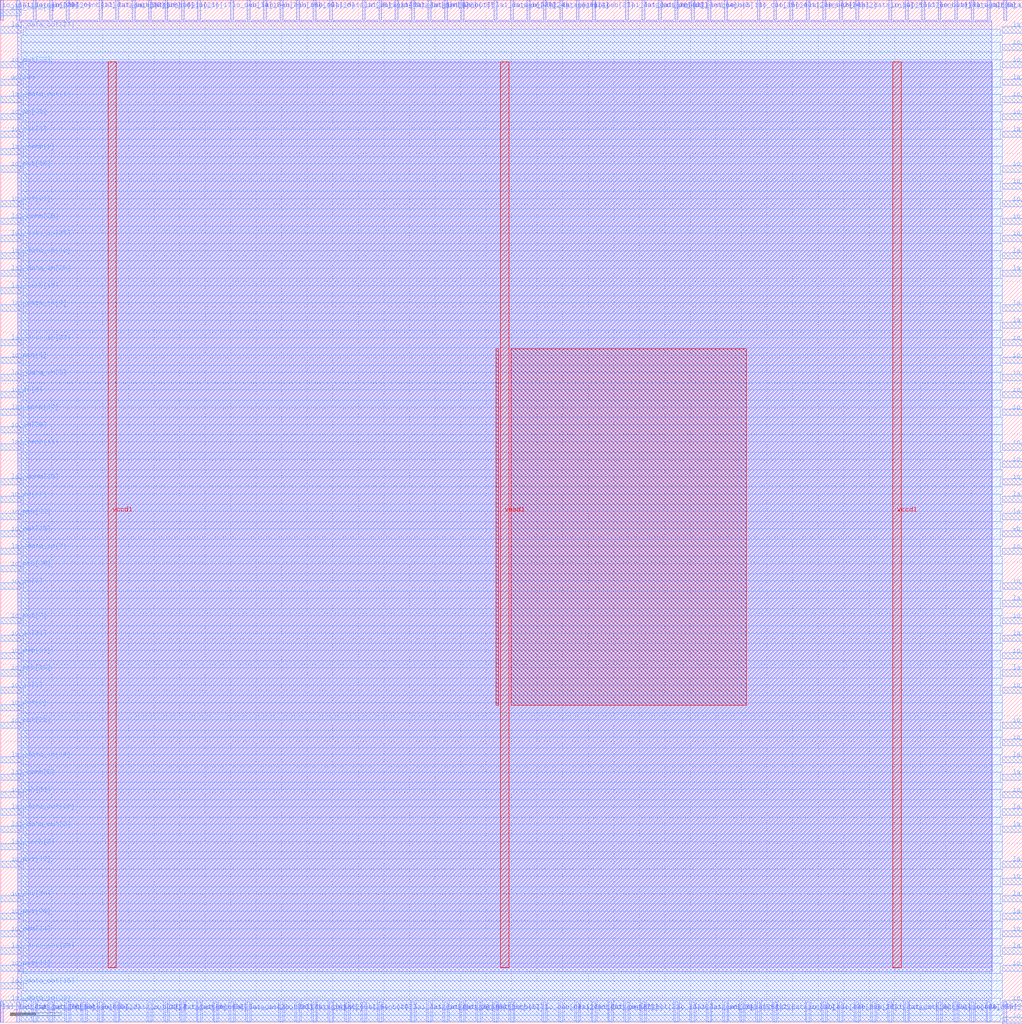
<source format=lef>
VERSION 5.7 ;
  NOWIREEXTENSIONATPIN ON ;
  DIVIDERCHAR "/" ;
  BUSBITCHARS "[]" ;
MACRO wrapped_cpr
  CLASS BLOCK ;
  FOREIGN wrapped_cpr ;
  ORIGIN 0.000 0.000 ;
  SIZE 200.000 BY 200.000 ;
  PIN active
    DIRECTION INPUT ;
    USE SIGNAL ;
    PORT
      LAYER met3 ;
        RECT 0.000 183.340 4.000 184.540 ;
    END
  END active
  PIN io_in[0]
    DIRECTION INPUT ;
    USE SIGNAL ;
    PORT
      LAYER met2 ;
        RECT 61.130 0.000 61.690 4.000 ;
    END
  END io_in[0]
  PIN io_in[10]
    DIRECTION INPUT ;
    USE SIGNAL ;
    PORT
      LAYER met2 ;
        RECT 109.430 196.000 109.990 200.000 ;
    END
  END io_in[10]
  PIN io_in[11]
    DIRECTION INPUT ;
    USE SIGNAL ;
    PORT
      LAYER met2 ;
        RECT -0.050 196.000 0.510 200.000 ;
    END
  END io_in[11]
  PIN io_in[12]
    DIRECTION INPUT ;
    USE SIGNAL ;
    PORT
      LAYER met3 ;
        RECT 196.000 166.340 200.000 167.540 ;
    END
  END io_in[12]
  PIN io_in[13]
    DIRECTION INPUT ;
    USE SIGNAL ;
    PORT
      LAYER met2 ;
        RECT 93.330 0.000 93.890 4.000 ;
    END
  END io_in[13]
  PIN io_in[14]
    DIRECTION INPUT ;
    USE SIGNAL ;
    PORT
      LAYER met2 ;
        RECT 74.010 196.000 74.570 200.000 ;
    END
  END io_in[14]
  PIN io_in[15]
    DIRECTION INPUT ;
    USE SIGNAL ;
    PORT
      LAYER met3 ;
        RECT 196.000 176.540 200.000 177.740 ;
    END
  END io_in[15]
  PIN io_in[16]
    DIRECTION INPUT ;
    USE SIGNAL ;
    PORT
      LAYER met3 ;
        RECT 196.000 16.740 200.000 17.940 ;
    END
  END io_in[16]
  PIN io_in[17]
    DIRECTION INPUT ;
    USE SIGNAL ;
    PORT
      LAYER met2 ;
        RECT 38.590 196.000 39.150 200.000 ;
    END
  END io_in[17]
  PIN io_in[18]
    DIRECTION INPUT ;
    USE SIGNAL ;
    PORT
      LAYER met2 ;
        RECT 48.250 196.000 48.810 200.000 ;
    END
  END io_in[18]
  PIN io_in[19]
    DIRECTION INPUT ;
    USE SIGNAL ;
    PORT
      LAYER met2 ;
        RECT 170.610 0.000 171.170 4.000 ;
    END
  END io_in[19]
  PIN io_in[1]
    DIRECTION INPUT ;
    USE SIGNAL ;
    PORT
      LAYER met3 ;
        RECT 0.000 64.340 4.000 65.540 ;
    END
  END io_in[1]
  PIN io_in[20]
    DIRECTION INPUT ;
    USE SIGNAL ;
    PORT
      LAYER met3 ;
        RECT 0.000 115.340 4.000 116.540 ;
    END
  END io_in[20]
  PIN io_in[21]
    DIRECTION INPUT ;
    USE SIGNAL ;
    PORT
      LAYER met3 ;
        RECT 0.000 74.540 4.000 75.740 ;
    END
  END io_in[21]
  PIN io_in[22]
    DIRECTION INPUT ;
    USE SIGNAL ;
    PORT
      LAYER met3 ;
        RECT 196.000 64.340 200.000 65.540 ;
    END
  END io_in[22]
  PIN io_in[23]
    DIRECTION INPUT ;
    USE SIGNAL ;
    PORT
      LAYER met2 ;
        RECT 35.370 196.000 35.930 200.000 ;
    END
  END io_in[23]
  PIN io_in[24]
    DIRECTION INPUT ;
    USE SIGNAL ;
    PORT
      LAYER met2 ;
        RECT 25.710 196.000 26.270 200.000 ;
    END
  END io_in[24]
  PIN io_in[25]
    DIRECTION INPUT ;
    USE SIGNAL ;
    PORT
      LAYER met2 ;
        RECT 148.070 0.000 148.630 4.000 ;
    END
  END io_in[25]
  PIN io_in[26]
    DIRECTION INPUT ;
    USE SIGNAL ;
    PORT
      LAYER met2 ;
        RECT 144.850 0.000 145.410 4.000 ;
    END
  END io_in[26]
  PIN io_in[27]
    DIRECTION INPUT ;
    USE SIGNAL ;
    PORT
      LAYER met3 ;
        RECT 196.000 43.940 200.000 45.140 ;
    END
  END io_in[27]
  PIN io_in[28]
    DIRECTION INPUT ;
    USE SIGNAL ;
    PORT
      LAYER met2 ;
        RECT 131.970 0.000 132.530 4.000 ;
    END
  END io_in[28]
  PIN io_in[29]
    DIRECTION INPUT ;
    USE SIGNAL ;
    PORT
      LAYER met2 ;
        RECT 196.370 196.000 196.930 200.000 ;
    END
  END io_in[29]
  PIN io_in[2]
    DIRECTION INPUT ;
    USE SIGNAL ;
    PORT
      LAYER met2 ;
        RECT 64.350 0.000 64.910 4.000 ;
    END
  END io_in[2]
  PIN io_in[30]
    DIRECTION INPUT ;
    USE SIGNAL ;
    PORT
      LAYER met3 ;
        RECT 196.000 77.940 200.000 79.140 ;
    END
  END io_in[30]
  PIN io_in[31]
    DIRECTION INPUT ;
    USE SIGNAL ;
    PORT
      LAYER met3 ;
        RECT 0.000 176.540 4.000 177.740 ;
    END
  END io_in[31]
  PIN io_in[32]
    DIRECTION INPUT ;
    USE SIGNAL ;
    PORT
      LAYER met2 ;
        RECT 122.310 0.000 122.870 4.000 ;
    END
  END io_in[32]
  PIN io_in[33]
    DIRECTION INPUT ;
    USE SIGNAL ;
    PORT
      LAYER met3 ;
        RECT 0.000 101.740 4.000 102.940 ;
    END
  END io_in[33]
  PIN io_in[34]
    DIRECTION INPUT ;
    USE SIGNAL ;
    PORT
      LAYER met2 ;
        RECT 151.290 196.000 151.850 200.000 ;
    END
  END io_in[34]
  PIN io_in[35]
    DIRECTION INPUT ;
    USE SIGNAL ;
    PORT
      LAYER met2 ;
        RECT 173.830 196.000 174.390 200.000 ;
    END
  END io_in[35]
  PIN io_in[36]
    DIRECTION INPUT ;
    USE SIGNAL ;
    PORT
      LAYER met3 ;
        RECT 196.000 125.540 200.000 126.740 ;
    END
  END io_in[36]
  PIN io_in[37]
    DIRECTION INPUT ;
    USE SIGNAL ;
    PORT
      LAYER met2 ;
        RECT 177.050 196.000 177.610 200.000 ;
    END
  END io_in[37]
  PIN io_in[3]
    DIRECTION INPUT ;
    USE SIGNAL ;
    PORT
      LAYER met2 ;
        RECT 112.650 196.000 113.210 200.000 ;
    END
  END io_in[3]
  PIN io_in[4]
    DIRECTION INPUT ;
    USE SIGNAL ;
    PORT
      LAYER met3 ;
        RECT 196.000 122.140 200.000 123.340 ;
    END
  END io_in[4]
  PIN io_in[5]
    DIRECTION INPUT ;
    USE SIGNAL ;
    PORT
      LAYER met3 ;
        RECT 196.000 190.140 200.000 191.340 ;
    END
  END io_in[5]
  PIN io_in[6]
    DIRECTION INPUT ;
    USE SIGNAL ;
    PORT
      LAYER met3 ;
        RECT 0.000 122.140 4.000 123.340 ;
    END
  END io_in[6]
  PIN io_in[7]
    DIRECTION INPUT ;
    USE SIGNAL ;
    PORT
      LAYER met3 ;
        RECT 0.000 84.740 4.000 85.940 ;
    END
  END io_in[7]
  PIN io_in[8]
    DIRECTION INPUT ;
    USE SIGNAL ;
    PORT
      LAYER met3 ;
        RECT 196.000 132.340 200.000 133.540 ;
    END
  END io_in[8]
  PIN io_in[9]
    DIRECTION INPUT ;
    USE SIGNAL ;
    PORT
      LAYER met2 ;
        RECT 32.150 196.000 32.710 200.000 ;
    END
  END io_in[9]
  PIN io_oeb[0]
    DIRECTION INOUT ;
    USE SIGNAL ;
    PORT
      LAYER met2 ;
        RECT 106.210 0.000 106.770 4.000 ;
    END
  END io_oeb[0]
  PIN io_oeb[10]
    DIRECTION INOUT ;
    USE SIGNAL ;
    PORT
      LAYER met3 ;
        RECT 0.000 67.740 4.000 68.940 ;
    END
  END io_oeb[10]
  PIN io_oeb[11]
    DIRECTION INOUT ;
    USE SIGNAL ;
    PORT
      LAYER met3 ;
        RECT 196.000 111.940 200.000 113.140 ;
    END
  END io_oeb[11]
  PIN io_oeb[12]
    DIRECTION INOUT ;
    USE SIGNAL ;
    PORT
      LAYER met3 ;
        RECT 196.000 57.540 200.000 58.740 ;
    END
  END io_oeb[12]
  PIN io_oeb[13]
    DIRECTION INOUT ;
    USE SIGNAL ;
    PORT
      LAYER met3 ;
        RECT 196.000 54.140 200.000 55.340 ;
    END
  END io_oeb[13]
  PIN io_oeb[14]
    DIRECTION INOUT ;
    USE SIGNAL ;
    PORT
      LAYER met3 ;
        RECT 0.000 16.740 4.000 17.940 ;
    END
  END io_oeb[14]
  PIN io_oeb[15]
    DIRECTION INOUT ;
    USE SIGNAL ;
    PORT
      LAYER met2 ;
        RECT 54.690 196.000 55.250 200.000 ;
    END
  END io_oeb[15]
  PIN io_oeb[16]
    DIRECTION INOUT ;
    USE SIGNAL ;
    PORT
      LAYER met3 ;
        RECT 196.000 9.940 200.000 11.140 ;
    END
  END io_oeb[16]
  PIN io_oeb[17]
    DIRECTION INOUT ;
    USE SIGNAL ;
    PORT
      LAYER met2 ;
        RECT 54.690 0.000 55.250 4.000 ;
    END
  END io_oeb[17]
  PIN io_oeb[18]
    DIRECTION INOUT ;
    USE SIGNAL ;
    PORT
      LAYER met2 ;
        RECT 141.630 196.000 142.190 200.000 ;
    END
  END io_oeb[18]
  PIN io_oeb[19]
    DIRECTION INOUT ;
    USE SIGNAL ;
    PORT
      LAYER met2 ;
        RECT 57.910 196.000 58.470 200.000 ;
    END
  END io_oeb[19]
  PIN io_oeb[1]
    DIRECTION INOUT ;
    USE SIGNAL ;
    PORT
      LAYER met2 ;
        RECT 157.730 0.000 158.290 4.000 ;
    END
  END io_oeb[1]
  PIN io_oeb[20]
    DIRECTION INOUT ;
    USE SIGNAL ;
    PORT
      LAYER met3 ;
        RECT 196.000 84.740 200.000 85.940 ;
    END
  END io_oeb[20]
  PIN io_oeb[21]
    DIRECTION INOUT ;
    USE SIGNAL ;
    PORT
      LAYER met2 ;
        RECT 6.390 196.000 6.950 200.000 ;
    END
  END io_oeb[21]
  PIN io_oeb[22]
    DIRECTION INOUT ;
    USE SIGNAL ;
    PORT
      LAYER met2 ;
        RECT 19.270 0.000 19.830 4.000 ;
    END
  END io_oeb[22]
  PIN io_oeb[23]
    DIRECTION INOUT ;
    USE SIGNAL ;
    PORT
      LAYER met2 ;
        RECT 99.770 196.000 100.330 200.000 ;
    END
  END io_oeb[23]
  PIN io_oeb[24]
    DIRECTION INOUT ;
    USE SIGNAL ;
    PORT
      LAYER met2 ;
        RECT 102.990 196.000 103.550 200.000 ;
    END
  END io_oeb[24]
  PIN io_oeb[25]
    DIRECTION INOUT ;
    USE SIGNAL ;
    PORT
      LAYER met2 ;
        RECT 189.930 0.000 190.490 4.000 ;
    END
  END io_oeb[25]
  PIN io_oeb[26]
    DIRECTION INOUT ;
    USE SIGNAL ;
    PORT
      LAYER met3 ;
        RECT 196.000 156.140 200.000 157.340 ;
    END
  END io_oeb[26]
  PIN io_oeb[27]
    DIRECTION INOUT ;
    USE SIGNAL ;
    PORT
      LAYER met2 ;
        RECT 115.870 196.000 116.430 200.000 ;
    END
  END io_oeb[27]
  PIN io_oeb[28]
    DIRECTION INOUT ;
    USE SIGNAL ;
    PORT
      LAYER met2 ;
        RECT 167.390 0.000 167.950 4.000 ;
    END
  END io_oeb[28]
  PIN io_oeb[29]
    DIRECTION INOUT ;
    USE SIGNAL ;
    PORT
      LAYER met3 ;
        RECT 196.000 128.940 200.000 130.140 ;
    END
  END io_oeb[29]
  PIN io_oeb[2]
    DIRECTION INOUT ;
    USE SIGNAL ;
    PORT
      LAYER met2 ;
        RECT 164.170 196.000 164.730 200.000 ;
    END
  END io_oeb[2]
  PIN io_oeb[30]
    DIRECTION INOUT ;
    USE SIGNAL ;
    PORT
      LAYER met2 ;
        RECT 9.610 196.000 10.170 200.000 ;
    END
  END io_oeb[30]
  PIN io_oeb[31]
    DIRECTION INOUT ;
    USE SIGNAL ;
    PORT
      LAYER met2 ;
        RECT 164.170 0.000 164.730 4.000 ;
    END
  END io_oeb[31]
  PIN io_oeb[32]
    DIRECTION INOUT ;
    USE SIGNAL ;
    PORT
      LAYER met3 ;
        RECT 0.000 98.340 4.000 99.540 ;
    END
  END io_oeb[32]
  PIN io_oeb[33]
    DIRECTION INOUT ;
    USE SIGNAL ;
    PORT
      LAYER met2 ;
        RECT 193.150 0.000 193.710 4.000 ;
    END
  END io_oeb[33]
  PIN io_oeb[34]
    DIRECTION INOUT ;
    USE SIGNAL ;
    PORT
      LAYER met2 ;
        RECT 45.030 196.000 45.590 200.000 ;
    END
  END io_oeb[34]
  PIN io_oeb[35]
    DIRECTION INOUT ;
    USE SIGNAL ;
    PORT
      LAYER met3 ;
        RECT 0.000 88.140 4.000 89.340 ;
    END
  END io_oeb[35]
  PIN io_oeb[36]
    DIRECTION INOUT ;
    USE SIGNAL ;
    PORT
      LAYER met3 ;
        RECT 0.000 43.940 4.000 45.140 ;
    END
  END io_oeb[36]
  PIN io_oeb[37]
    DIRECTION INOUT ;
    USE SIGNAL ;
    PORT
      LAYER met3 ;
        RECT 0.000 71.140 4.000 72.340 ;
    END
  END io_oeb[37]
  PIN io_oeb[3]
    DIRECTION INOUT ;
    USE SIGNAL ;
    PORT
      LAYER met2 ;
        RECT 99.770 0.000 100.330 4.000 ;
    END
  END io_oeb[3]
  PIN io_oeb[4]
    DIRECTION INOUT ;
    USE SIGNAL ;
    PORT
      LAYER met3 ;
        RECT 196.000 -0.260 200.000 0.940 ;
    END
  END io_oeb[4]
  PIN io_oeb[5]
    DIRECTION INOUT ;
    USE SIGNAL ;
    PORT
      LAYER met3 ;
        RECT 0.000 128.940 4.000 130.140 ;
    END
  END io_oeb[5]
  PIN io_oeb[6]
    DIRECTION INOUT ;
    USE SIGNAL ;
    PORT
      LAYER met3 ;
        RECT 196.000 71.140 200.000 72.340 ;
    END
  END io_oeb[6]
  PIN io_oeb[7]
    DIRECTION INOUT ;
    USE SIGNAL ;
    PORT
      LAYER met2 ;
        RECT 51.470 196.000 52.030 200.000 ;
    END
  END io_oeb[7]
  PIN io_oeb[8]
    DIRECTION INOUT ;
    USE SIGNAL ;
    PORT
      LAYER met2 ;
        RECT 16.050 0.000 16.610 4.000 ;
    END
  END io_oeb[8]
  PIN io_oeb[9]
    DIRECTION INOUT ;
    USE SIGNAL ;
    PORT
      LAYER met2 ;
        RECT 41.810 0.000 42.370 4.000 ;
    END
  END io_oeb[9]
  PIN io_out[0]
    DIRECTION INOUT ;
    USE SIGNAL ;
    PORT
      LAYER met3 ;
        RECT 196.000 186.740 200.000 187.940 ;
    END
  END io_out[0]
  PIN io_out[10]
    DIRECTION INOUT ;
    USE SIGNAL ;
    PORT
      LAYER met3 ;
        RECT 196.000 108.540 200.000 109.740 ;
    END
  END io_out[10]
  PIN io_out[11]
    DIRECTION INOUT ;
    USE SIGNAL ;
    PORT
      LAYER met3 ;
        RECT 0.000 9.940 4.000 11.140 ;
    END
  END io_out[11]
  PIN io_out[12]
    DIRECTION INOUT ;
    USE SIGNAL ;
    PORT
      LAYER met3 ;
        RECT 0.000 30.340 4.000 31.540 ;
    END
  END io_out[12]
  PIN io_out[13]
    DIRECTION INOUT ;
    USE SIGNAL ;
    PORT
      LAYER met2 ;
        RECT 160.950 0.000 161.510 4.000 ;
    END
  END io_out[13]
  PIN io_out[14]
    DIRECTION INOUT ;
    USE SIGNAL ;
    PORT
      LAYER met3 ;
        RECT 196.000 159.540 200.000 160.740 ;
    END
  END io_out[14]
  PIN io_out[15]
    DIRECTION INOUT ;
    USE SIGNAL ;
    PORT
      LAYER met3 ;
        RECT 0.000 166.340 4.000 167.540 ;
    END
  END io_out[15]
  PIN io_out[16]
    DIRECTION INOUT ;
    USE SIGNAL ;
    PORT
      LAYER met3 ;
        RECT 196.000 105.140 200.000 106.340 ;
    END
  END io_out[16]
  PIN io_out[17]
    DIRECTION INOUT ;
    USE SIGNAL ;
    PORT
      LAYER met2 ;
        RECT 183.490 196.000 184.050 200.000 ;
    END
  END io_out[17]
  PIN io_out[18]
    DIRECTION INOUT ;
    USE SIGNAL ;
    PORT
      LAYER met2 ;
        RECT 186.710 0.000 187.270 4.000 ;
    END
  END io_out[18]
  PIN io_out[19]
    DIRECTION INOUT ;
    USE SIGNAL ;
    PORT
      LAYER met3 ;
        RECT 0.000 94.940 4.000 96.140 ;
    END
  END io_out[19]
  PIN io_out[1]
    DIRECTION INOUT ;
    USE SIGNAL ;
    PORT
      LAYER met2 ;
        RECT 131.970 196.000 132.530 200.000 ;
    END
  END io_out[1]
  PIN io_out[20]
    DIRECTION INOUT ;
    USE SIGNAL ;
    PORT
      LAYER met2 ;
        RECT 160.950 196.000 161.510 200.000 ;
    END
  END io_out[20]
  PIN io_out[21]
    DIRECTION INOUT ;
    USE SIGNAL ;
    PORT
      LAYER met3 ;
        RECT 0.000 159.540 4.000 160.740 ;
    END
  END io_out[21]
  PIN io_out[22]
    DIRECTION INOUT ;
    USE SIGNAL ;
    PORT
      LAYER met2 ;
        RECT 125.530 0.000 126.090 4.000 ;
    END
  END io_out[22]
  PIN io_out[23]
    DIRECTION INOUT ;
    USE SIGNAL ;
    PORT
      LAYER met3 ;
        RECT 196.000 91.540 200.000 92.740 ;
    END
  END io_out[23]
  PIN io_out[24]
    DIRECTION INOUT ;
    USE SIGNAL ;
    PORT
      LAYER met2 ;
        RECT 109.430 0.000 109.990 4.000 ;
    END
  END io_out[24]
  PIN io_out[25]
    DIRECTION INOUT ;
    USE SIGNAL ;
    PORT
      LAYER met2 ;
        RECT 148.070 196.000 148.630 200.000 ;
    END
  END io_out[25]
  PIN io_out[26]
    DIRECTION INOUT ;
    USE SIGNAL ;
    PORT
      LAYER met3 ;
        RECT 0.000 20.140 4.000 21.340 ;
    END
  END io_out[26]
  PIN io_out[27]
    DIRECTION INOUT ;
    USE SIGNAL ;
    PORT
      LAYER met2 ;
        RECT 154.510 196.000 155.070 200.000 ;
    END
  END io_out[27]
  PIN io_out[28]
    DIRECTION INOUT ;
    USE SIGNAL ;
    PORT
      LAYER met2 ;
        RECT 67.570 0.000 68.130 4.000 ;
    END
  END io_out[28]
  PIN io_out[29]
    DIRECTION INOUT ;
    USE SIGNAL ;
    PORT
      LAYER met3 ;
        RECT 196.000 3.140 200.000 4.340 ;
    END
  END io_out[29]
  PIN io_out[2]
    DIRECTION INOUT ;
    USE SIGNAL ;
    PORT
      LAYER met2 ;
        RECT 28.930 0.000 29.490 4.000 ;
    END
  END io_out[2]
  PIN io_out[30]
    DIRECTION INOUT ;
    USE SIGNAL ;
    PORT
      LAYER met3 ;
        RECT 0.000 23.540 4.000 24.740 ;
    END
  END io_out[30]
  PIN io_out[31]
    DIRECTION INOUT ;
    USE SIGNAL ;
    PORT
      LAYER met3 ;
        RECT 0.000 57.540 4.000 58.740 ;
    END
  END io_out[31]
  PIN io_out[32]
    DIRECTION INOUT ;
    USE SIGNAL ;
    PORT
      LAYER met3 ;
        RECT 0.000 186.740 4.000 187.940 ;
    END
  END io_out[32]
  PIN io_out[33]
    DIRECTION INOUT ;
    USE SIGNAL ;
    PORT
      LAYER met3 ;
        RECT 196.000 26.940 200.000 28.140 ;
    END
  END io_out[33]
  PIN io_out[34]
    DIRECTION INOUT ;
    USE SIGNAL ;
    PORT
      LAYER met3 ;
        RECT 196.000 162.940 200.000 164.140 ;
    END
  END io_out[34]
  PIN io_out[35]
    DIRECTION INOUT ;
    USE SIGNAL ;
    PORT
      LAYER met3 ;
        RECT 196.000 152.740 200.000 153.940 ;
    END
  END io_out[35]
  PIN io_out[36]
    DIRECTION INOUT ;
    USE SIGNAL ;
    PORT
      LAYER met2 ;
        RECT 61.130 196.000 61.690 200.000 ;
    END
  END io_out[36]
  PIN io_out[37]
    DIRECTION INOUT ;
    USE SIGNAL ;
    PORT
      LAYER met3 ;
        RECT 196.000 179.940 200.000 181.140 ;
    END
  END io_out[37]
  PIN io_out[3]
    DIRECTION INOUT ;
    USE SIGNAL ;
    PORT
      LAYER met3 ;
        RECT 0.000 173.140 4.000 174.340 ;
    END
  END io_out[3]
  PIN io_out[4]
    DIRECTION INOUT ;
    USE SIGNAL ;
    PORT
      LAYER met3 ;
        RECT 196.000 118.740 200.000 119.940 ;
    END
  END io_out[4]
  PIN io_out[5]
    DIRECTION INOUT ;
    USE SIGNAL ;
    PORT
      LAYER met2 ;
        RECT 90.110 196.000 90.670 200.000 ;
    END
  END io_out[5]
  PIN io_out[6]
    DIRECTION INOUT ;
    USE SIGNAL ;
    PORT
      LAYER met2 ;
        RECT 189.930 196.000 190.490 200.000 ;
    END
  END io_out[6]
  PIN io_out[7]
    DIRECTION INOUT ;
    USE SIGNAL ;
    PORT
      LAYER met3 ;
        RECT 0.000 77.940 4.000 79.140 ;
    END
  END io_out[7]
  PIN io_out[8]
    DIRECTION INOUT ;
    USE SIGNAL ;
    PORT
      LAYER met2 ;
        RECT 74.010 0.000 74.570 4.000 ;
    END
  END io_out[8]
  PIN io_out[9]
    DIRECTION INOUT ;
    USE SIGNAL ;
    PORT
      LAYER met3 ;
        RECT 0.000 60.940 4.000 62.140 ;
    END
  END io_out[9]
  PIN la1_data_in[0]
    DIRECTION INPUT ;
    USE SIGNAL ;
    PORT
      LAYER met3 ;
        RECT 196.000 30.340 200.000 31.540 ;
    END
  END la1_data_in[0]
  PIN la1_data_in[10]
    DIRECTION INPUT ;
    USE SIGNAL ;
    PORT
      LAYER met2 ;
        RECT 86.890 0.000 87.450 4.000 ;
    END
  END la1_data_in[10]
  PIN la1_data_in[11]
    DIRECTION INPUT ;
    USE SIGNAL ;
    PORT
      LAYER met3 ;
        RECT 196.000 23.540 200.000 24.740 ;
    END
  END la1_data_in[11]
  PIN la1_data_in[12]
    DIRECTION INPUT ;
    USE SIGNAL ;
    PORT
      LAYER met3 ;
        RECT 0.000 149.340 4.000 150.540 ;
    END
  END la1_data_in[12]
  PIN la1_data_in[13]
    DIRECTION INPUT ;
    USE SIGNAL ;
    PORT
      LAYER met2 ;
        RECT 135.190 0.000 135.750 4.000 ;
    END
  END la1_data_in[13]
  PIN la1_data_in[14]
    DIRECTION INPUT ;
    USE SIGNAL ;
    PORT
      LAYER met3 ;
        RECT 0.000 50.740 4.000 51.940 ;
    END
  END la1_data_in[14]
  PIN la1_data_in[15]
    DIRECTION INPUT ;
    USE SIGNAL ;
    PORT
      LAYER met2 ;
        RECT 64.350 196.000 64.910 200.000 ;
    END
  END la1_data_in[15]
  PIN la1_data_in[16]
    DIRECTION INPUT ;
    USE SIGNAL ;
    PORT
      LAYER met2 ;
        RECT 125.530 196.000 126.090 200.000 ;
    END
  END la1_data_in[16]
  PIN la1_data_in[17]
    DIRECTION INPUT ;
    USE SIGNAL ;
    PORT
      LAYER met2 ;
        RECT 96.550 196.000 97.110 200.000 ;
    END
  END la1_data_in[17]
  PIN la1_data_in[18]
    DIRECTION INPUT ;
    USE SIGNAL ;
    PORT
      LAYER met2 ;
        RECT 173.830 0.000 174.390 4.000 ;
    END
  END la1_data_in[18]
  PIN la1_data_in[19]
    DIRECTION INPUT ;
    USE SIGNAL ;
    PORT
      LAYER met2 ;
        RECT 70.790 196.000 71.350 200.000 ;
    END
  END la1_data_in[19]
  PIN la1_data_in[1]
    DIRECTION INPUT ;
    USE SIGNAL ;
    PORT
      LAYER met2 ;
        RECT 80.450 0.000 81.010 4.000 ;
    END
  END la1_data_in[1]
  PIN la1_data_in[20]
    DIRECTION INPUT ;
    USE SIGNAL ;
    PORT
      LAYER met3 ;
        RECT 0.000 145.940 4.000 147.140 ;
    END
  END la1_data_in[20]
  PIN la1_data_in[21]
    DIRECTION INPUT ;
    USE SIGNAL ;
    PORT
      LAYER met2 ;
        RECT 193.150 196.000 193.710 200.000 ;
    END
  END la1_data_in[21]
  PIN la1_data_in[22]
    DIRECTION INPUT ;
    USE SIGNAL ;
    PORT
      LAYER met3 ;
        RECT 196.000 37.140 200.000 38.340 ;
    END
  END la1_data_in[22]
  PIN la1_data_in[23]
    DIRECTION INPUT ;
    USE SIGNAL ;
    PORT
      LAYER met3 ;
        RECT 0.000 3.140 4.000 4.340 ;
    END
  END la1_data_in[23]
  PIN la1_data_in[24]
    DIRECTION INPUT ;
    USE SIGNAL ;
    PORT
      LAYER met2 ;
        RECT 57.910 0.000 58.470 4.000 ;
    END
  END la1_data_in[24]
  PIN la1_data_in[25]
    DIRECTION INPUT ;
    USE SIGNAL ;
    PORT
      LAYER met3 ;
        RECT 0.000 152.740 4.000 153.940 ;
    END
  END la1_data_in[25]
  PIN la1_data_in[26]
    DIRECTION INPUT ;
    USE SIGNAL ;
    PORT
      LAYER met3 ;
        RECT 196.000 13.340 200.000 14.540 ;
    END
  END la1_data_in[26]
  PIN la1_data_in[27]
    DIRECTION INPUT ;
    USE SIGNAL ;
    PORT
      LAYER met2 ;
        RECT 115.870 0.000 116.430 4.000 ;
    END
  END la1_data_in[27]
  PIN la1_data_in[28]
    DIRECTION INPUT ;
    USE SIGNAL ;
    PORT
      LAYER met3 ;
        RECT 0.000 132.340 4.000 133.540 ;
    END
  END la1_data_in[28]
  PIN la1_data_in[29]
    DIRECTION INPUT ;
    USE SIGNAL ;
    PORT
      LAYER met2 ;
        RECT 3.170 196.000 3.730 200.000 ;
    END
  END la1_data_in[29]
  PIN la1_data_in[2]
    DIRECTION INPUT ;
    USE SIGNAL ;
    PORT
      LAYER met2 ;
        RECT 45.030 0.000 45.590 4.000 ;
    END
  END la1_data_in[2]
  PIN la1_data_in[30]
    DIRECTION INPUT ;
    USE SIGNAL ;
    PORT
      LAYER met2 ;
        RECT 6.390 0.000 6.950 4.000 ;
    END
  END la1_data_in[30]
  PIN la1_data_in[31]
    DIRECTION INPUT ;
    USE SIGNAL ;
    PORT
      LAYER met2 ;
        RECT 151.290 0.000 151.850 4.000 ;
    END
  END la1_data_in[31]
  PIN la1_data_in[3]
    DIRECTION INPUT ;
    USE SIGNAL ;
    PORT
      LAYER met3 ;
        RECT 0.000 125.540 4.000 126.740 ;
    END
  END la1_data_in[3]
  PIN la1_data_in[4]
    DIRECTION INPUT ;
    USE SIGNAL ;
    PORT
      LAYER met2 ;
        RECT 167.390 196.000 167.950 200.000 ;
    END
  END la1_data_in[4]
  PIN la1_data_in[5]
    DIRECTION INPUT ;
    USE SIGNAL ;
    PORT
      LAYER met3 ;
        RECT 196.000 98.340 200.000 99.540 ;
    END
  END la1_data_in[5]
  PIN la1_data_in[6]
    DIRECTION INPUT ;
    USE SIGNAL ;
    PORT
      LAYER met2 ;
        RECT 77.230 196.000 77.790 200.000 ;
    END
  END la1_data_in[6]
  PIN la1_data_in[7]
    DIRECTION INPUT ;
    USE SIGNAL ;
    PORT
      LAYER met3 ;
        RECT 0.000 91.540 4.000 92.740 ;
    END
  END la1_data_in[7]
  PIN la1_data_in[8]
    DIRECTION INPUT ;
    USE SIGNAL ;
    PORT
      LAYER met2 ;
        RECT 80.450 196.000 81.010 200.000 ;
    END
  END la1_data_in[8]
  PIN la1_data_in[9]
    DIRECTION INPUT ;
    USE SIGNAL ;
    PORT
      LAYER met3 ;
        RECT 0.000 139.140 4.000 140.340 ;
    END
  END la1_data_in[9]
  PIN la1_data_out[0]
    DIRECTION INOUT ;
    USE SIGNAL ;
    PORT
      LAYER met2 ;
        RECT 32.150 0.000 32.710 4.000 ;
    END
  END la1_data_out[0]
  PIN la1_data_out[10]
    DIRECTION INOUT ;
    USE SIGNAL ;
    PORT
      LAYER met3 ;
        RECT 196.000 47.340 200.000 48.540 ;
    END
  END la1_data_out[10]
  PIN la1_data_out[11]
    DIRECTION INOUT ;
    USE SIGNAL ;
    PORT
      LAYER met2 ;
        RECT 90.110 0.000 90.670 4.000 ;
    END
  END la1_data_out[11]
  PIN la1_data_out[12]
    DIRECTION INOUT ;
    USE SIGNAL ;
    PORT
      LAYER met3 ;
        RECT 196.000 183.340 200.000 184.540 ;
    END
  END la1_data_out[12]
  PIN la1_data_out[13]
    DIRECTION INOUT ;
    USE SIGNAL ;
    PORT
      LAYER met2 ;
        RECT 19.270 196.000 19.830 200.000 ;
    END
  END la1_data_out[13]
  PIN la1_data_out[14]
    DIRECTION INOUT ;
    USE SIGNAL ;
    PORT
      LAYER met2 ;
        RECT 106.210 196.000 106.770 200.000 ;
    END
  END la1_data_out[14]
  PIN la1_data_out[15]
    DIRECTION INOUT ;
    USE SIGNAL ;
    PORT
      LAYER met3 ;
        RECT 0.000 6.540 4.000 7.740 ;
    END
  END la1_data_out[15]
  PIN la1_data_out[16]
    DIRECTION INOUT ;
    USE SIGNAL ;
    PORT
      LAYER met3 ;
        RECT 196.000 67.740 200.000 68.940 ;
    END
  END la1_data_out[16]
  PIN la1_data_out[17]
    DIRECTION INOUT ;
    USE SIGNAL ;
    PORT
      LAYER met3 ;
        RECT 196.000 145.940 200.000 147.140 ;
    END
  END la1_data_out[17]
  PIN la1_data_out[18]
    DIRECTION INOUT ;
    USE SIGNAL ;
    PORT
      LAYER met2 ;
        RECT 22.490 196.000 23.050 200.000 ;
    END
  END la1_data_out[18]
  PIN la1_data_out[19]
    DIRECTION INOUT ;
    USE SIGNAL ;
    PORT
      LAYER met3 ;
        RECT 196.000 101.740 200.000 102.940 ;
    END
  END la1_data_out[19]
  PIN la1_data_out[1]
    DIRECTION INOUT ;
    USE SIGNAL ;
    PORT
      LAYER met3 ;
        RECT 0.000 179.940 4.000 181.140 ;
    END
  END la1_data_out[1]
  PIN la1_data_out[20]
    DIRECTION INOUT ;
    USE SIGNAL ;
    PORT
      LAYER met3 ;
        RECT 0.000 40.540 4.000 41.740 ;
    END
  END la1_data_out[20]
  PIN la1_data_out[21]
    DIRECTION INOUT ;
    USE SIGNAL ;
    PORT
      LAYER met3 ;
        RECT 196.000 173.140 200.000 174.340 ;
    END
  END la1_data_out[21]
  PIN la1_data_out[22]
    DIRECTION INOUT ;
    USE SIGNAL ;
    PORT
      LAYER met2 ;
        RECT 122.310 196.000 122.870 200.000 ;
    END
  END la1_data_out[22]
  PIN la1_data_out[23]
    DIRECTION INOUT ;
    USE SIGNAL ;
    PORT
      LAYER met2 ;
        RECT 48.250 0.000 48.810 4.000 ;
    END
  END la1_data_out[23]
  PIN la1_data_out[24]
    DIRECTION INOUT ;
    USE SIGNAL ;
    PORT
      LAYER met3 ;
        RECT 196.000 74.540 200.000 75.740 ;
    END
  END la1_data_out[24]
  PIN la1_data_out[25]
    DIRECTION INOUT ;
    USE SIGNAL ;
    PORT
      LAYER met3 ;
        RECT 0.000 13.340 4.000 14.540 ;
    END
  END la1_data_out[25]
  PIN la1_data_out[26]
    DIRECTION INOUT ;
    USE SIGNAL ;
    PORT
      LAYER met3 ;
        RECT 196.000 20.140 200.000 21.340 ;
    END
  END la1_data_out[26]
  PIN la1_data_out[27]
    DIRECTION INOUT ;
    USE SIGNAL ;
    PORT
      LAYER met3 ;
        RECT 0.000 193.540 4.000 194.740 ;
    END
  END la1_data_out[27]
  PIN la1_data_out[28]
    DIRECTION INOUT ;
    USE SIGNAL ;
    PORT
      LAYER met2 ;
        RECT 177.050 0.000 177.610 4.000 ;
    END
  END la1_data_out[28]
  PIN la1_data_out[29]
    DIRECTION INOUT ;
    USE SIGNAL ;
    PORT
      LAYER met2 ;
        RECT 22.490 0.000 23.050 4.000 ;
    END
  END la1_data_out[29]
  PIN la1_data_out[2]
    DIRECTION INOUT ;
    USE SIGNAL ;
    PORT
      LAYER met2 ;
        RECT 83.670 0.000 84.230 4.000 ;
    END
  END la1_data_out[2]
  PIN la1_data_out[30]
    DIRECTION INOUT ;
    USE SIGNAL ;
    PORT
      LAYER met3 ;
        RECT 196.000 50.740 200.000 51.940 ;
    END
  END la1_data_out[30]
  PIN la1_data_out[31]
    DIRECTION INOUT ;
    USE SIGNAL ;
    PORT
      LAYER met3 ;
        RECT 196.000 193.540 200.000 194.740 ;
    END
  END la1_data_out[31]
  PIN la1_data_out[3]
    DIRECTION INOUT ;
    USE SIGNAL ;
    PORT
      LAYER met3 ;
        RECT 0.000 37.140 4.000 38.340 ;
    END
  END la1_data_out[3]
  PIN la1_data_out[4]
    DIRECTION INOUT ;
    USE SIGNAL ;
    PORT
      LAYER met2 ;
        RECT 183.490 0.000 184.050 4.000 ;
    END
  END la1_data_out[4]
  PIN la1_data_out[5]
    DIRECTION INOUT ;
    USE SIGNAL ;
    PORT
      LAYER met2 ;
        RECT 12.830 0.000 13.390 4.000 ;
    END
  END la1_data_out[5]
  PIN la1_data_out[6]
    DIRECTION INOUT ;
    USE SIGNAL ;
    PORT
      LAYER met3 ;
        RECT 196.000 81.340 200.000 82.540 ;
    END
  END la1_data_out[6]
  PIN la1_data_out[7]
    DIRECTION INOUT ;
    USE SIGNAL ;
    PORT
      LAYER met2 ;
        RECT 3.170 0.000 3.730 4.000 ;
    END
  END la1_data_out[7]
  PIN la1_data_out[8]
    DIRECTION INOUT ;
    USE SIGNAL ;
    PORT
      LAYER met3 ;
        RECT 196.000 149.340 200.000 150.540 ;
    END
  END la1_data_out[8]
  PIN la1_data_out[9]
    DIRECTION INOUT ;
    USE SIGNAL ;
    PORT
      LAYER met2 ;
        RECT 186.710 196.000 187.270 200.000 ;
    END
  END la1_data_out[9]
  PIN la1_oenb[0]
    DIRECTION INPUT ;
    USE SIGNAL ;
    PORT
      LAYER met2 ;
        RECT 196.370 0.000 196.930 4.000 ;
    END
  END la1_oenb[0]
  PIN la1_oenb[10]
    DIRECTION INPUT ;
    USE SIGNAL ;
    PORT
      LAYER met2 ;
        RECT 180.270 196.000 180.830 200.000 ;
    END
  END la1_oenb[10]
  PIN la1_oenb[11]
    DIRECTION INPUT ;
    USE SIGNAL ;
    PORT
      LAYER met3 ;
        RECT 0.000 111.940 4.000 113.140 ;
    END
  END la1_oenb[11]
  PIN la1_oenb[12]
    DIRECTION INPUT ;
    USE SIGNAL ;
    PORT
      LAYER met3 ;
        RECT 0.000 118.740 4.000 119.940 ;
    END
  END la1_oenb[12]
  PIN la1_oenb[13]
    DIRECTION INPUT ;
    USE SIGNAL ;
    PORT
      LAYER met2 ;
        RECT 119.090 0.000 119.650 4.000 ;
    END
  END la1_oenb[13]
  PIN la1_oenb[14]
    DIRECTION INPUT ;
    USE SIGNAL ;
    PORT
      LAYER met2 ;
        RECT -0.050 0.000 0.510 4.000 ;
    END
  END la1_oenb[14]
  PIN la1_oenb[15]
    DIRECTION INPUT ;
    USE SIGNAL ;
    PORT
      LAYER met2 ;
        RECT 141.630 0.000 142.190 4.000 ;
    END
  END la1_oenb[15]
  PIN la1_oenb[16]
    DIRECTION INPUT ;
    USE SIGNAL ;
    PORT
      LAYER met3 ;
        RECT 0.000 142.540 4.000 143.740 ;
    END
  END la1_oenb[16]
  PIN la1_oenb[17]
    DIRECTION INPUT ;
    USE SIGNAL ;
    PORT
      LAYER met2 ;
        RECT 12.830 196.000 13.390 200.000 ;
    END
  END la1_oenb[17]
  PIN la1_oenb[18]
    DIRECTION INPUT ;
    USE SIGNAL ;
    PORT
      LAYER met2 ;
        RECT 86.890 196.000 87.450 200.000 ;
    END
  END la1_oenb[18]
  PIN la1_oenb[19]
    DIRECTION INPUT ;
    USE SIGNAL ;
    PORT
      LAYER met3 ;
        RECT 0.000 105.140 4.000 106.340 ;
    END
  END la1_oenb[19]
  PIN la1_oenb[1]
    DIRECTION INPUT ;
    USE SIGNAL ;
    PORT
      LAYER met2 ;
        RECT 35.370 0.000 35.930 4.000 ;
    END
  END la1_oenb[1]
  PIN la1_oenb[20]
    DIRECTION INPUT ;
    USE SIGNAL ;
    PORT
      LAYER met2 ;
        RECT 9.610 0.000 10.170 4.000 ;
    END
  END la1_oenb[20]
  PIN la1_oenb[21]
    DIRECTION INPUT ;
    USE SIGNAL ;
    PORT
      LAYER met2 ;
        RECT 128.750 196.000 129.310 200.000 ;
    END
  END la1_oenb[21]
  PIN la1_oenb[22]
    DIRECTION INPUT ;
    USE SIGNAL ;
    PORT
      LAYER met2 ;
        RECT 83.670 196.000 84.230 200.000 ;
    END
  END la1_oenb[22]
  PIN la1_oenb[23]
    DIRECTION INPUT ;
    USE SIGNAL ;
    PORT
      LAYER met2 ;
        RECT 96.550 0.000 97.110 4.000 ;
    END
  END la1_oenb[23]
  PIN la1_oenb[24]
    DIRECTION INPUT ;
    USE SIGNAL ;
    PORT
      LAYER met2 ;
        RECT 157.730 196.000 158.290 200.000 ;
    END
  END la1_oenb[24]
  PIN la1_oenb[25]
    DIRECTION INPUT ;
    USE SIGNAL ;
    PORT
      LAYER met3 ;
        RECT 196.000 40.540 200.000 41.740 ;
    END
  END la1_oenb[25]
  PIN la1_oenb[26]
    DIRECTION INPUT ;
    USE SIGNAL ;
    PORT
      LAYER met3 ;
        RECT 0.000 156.140 4.000 157.340 ;
    END
  END la1_oenb[26]
  PIN la1_oenb[27]
    DIRECTION INPUT ;
    USE SIGNAL ;
    PORT
      LAYER met3 ;
        RECT 196.000 139.140 200.000 140.340 ;
    END
  END la1_oenb[27]
  PIN la1_oenb[28]
    DIRECTION INPUT ;
    USE SIGNAL ;
    PORT
      LAYER met2 ;
        RECT 38.590 0.000 39.150 4.000 ;
    END
  END la1_oenb[28]
  PIN la1_oenb[29]
    DIRECTION INPUT ;
    USE SIGNAL ;
    PORT
      LAYER met2 ;
        RECT 70.790 0.000 71.350 4.000 ;
    END
  END la1_oenb[29]
  PIN la1_oenb[2]
    DIRECTION INPUT ;
    USE SIGNAL ;
    PORT
      LAYER met3 ;
        RECT 0.000 33.740 4.000 34.940 ;
    END
  END la1_oenb[2]
  PIN la1_oenb[30]
    DIRECTION INPUT ;
    USE SIGNAL ;
    PORT
      LAYER met3 ;
        RECT 196.000 135.740 200.000 136.940 ;
    END
  END la1_oenb[30]
  PIN la1_oenb[31]
    DIRECTION INPUT ;
    USE SIGNAL ;
    PORT
      LAYER met2 ;
        RECT 112.650 0.000 113.210 4.000 ;
    END
  END la1_oenb[31]
  PIN la1_oenb[3]
    DIRECTION INPUT ;
    USE SIGNAL ;
    PORT
      LAYER met2 ;
        RECT 138.410 196.000 138.970 200.000 ;
    END
  END la1_oenb[3]
  PIN la1_oenb[4]
    DIRECTION INPUT ;
    USE SIGNAL ;
    PORT
      LAYER met2 ;
        RECT 135.190 196.000 135.750 200.000 ;
    END
  END la1_oenb[4]
  PIN la1_oenb[5]
    DIRECTION INPUT ;
    USE SIGNAL ;
    PORT
      LAYER met3 ;
        RECT 0.000 196.940 4.000 198.140 ;
    END
  END la1_oenb[5]
  PIN la1_oenb[6]
    DIRECTION INPUT ;
    USE SIGNAL ;
    PORT
      LAYER met2 ;
        RECT 28.930 196.000 29.490 200.000 ;
    END
  END la1_oenb[6]
  PIN la1_oenb[7]
    DIRECTION INPUT ;
    USE SIGNAL ;
    PORT
      LAYER met2 ;
        RECT 138.410 0.000 138.970 4.000 ;
    END
  END la1_oenb[7]
  PIN la1_oenb[8]
    DIRECTION INPUT ;
    USE SIGNAL ;
    PORT
      LAYER met3 ;
        RECT 0.000 47.340 4.000 48.540 ;
    END
  END la1_oenb[8]
  PIN la1_oenb[9]
    DIRECTION INPUT ;
    USE SIGNAL ;
    PORT
      LAYER met3 ;
        RECT 0.000 169.740 4.000 170.940 ;
    END
  END la1_oenb[9]
  PIN vccd1
    DIRECTION INPUT ;
    USE POWER ;
    PORT
      LAYER met4 ;
        RECT 21.040 10.640 22.640 187.920 ;
    END
    PORT
      LAYER met4 ;
        RECT 174.640 10.640 176.240 187.920 ;
    END
  END vccd1
  PIN vssd1
    DIRECTION INPUT ;
    USE GROUND ;
    PORT
      LAYER met4 ;
        RECT 97.840 10.640 99.440 187.920 ;
    END
  END vssd1
  PIN wb_clk_i
    DIRECTION INPUT ;
    USE SIGNAL ;
    PORT
      LAYER met3 ;
        RECT 196.000 94.940 200.000 96.140 ;
    END
  END wb_clk_i
  OBS
      LAYER li1 ;
        RECT 5.520 10.795 194.120 187.765 ;
      LAYER met1 ;
        RECT 3.290 9.900 194.120 187.920 ;
      LAYER met2 ;
        RECT 4.010 195.720 6.110 196.000 ;
        RECT 7.230 195.720 9.330 196.000 ;
        RECT 10.450 195.720 12.550 196.000 ;
        RECT 13.670 195.720 18.990 196.000 ;
        RECT 20.110 195.720 22.210 196.000 ;
        RECT 23.330 195.720 25.430 196.000 ;
        RECT 26.550 195.720 28.650 196.000 ;
        RECT 29.770 195.720 31.870 196.000 ;
        RECT 32.990 195.720 35.090 196.000 ;
        RECT 36.210 195.720 38.310 196.000 ;
        RECT 39.430 195.720 44.750 196.000 ;
        RECT 45.870 195.720 47.970 196.000 ;
        RECT 49.090 195.720 51.190 196.000 ;
        RECT 52.310 195.720 54.410 196.000 ;
        RECT 55.530 195.720 57.630 196.000 ;
        RECT 58.750 195.720 60.850 196.000 ;
        RECT 61.970 195.720 64.070 196.000 ;
        RECT 65.190 195.720 70.510 196.000 ;
        RECT 71.630 195.720 73.730 196.000 ;
        RECT 74.850 195.720 76.950 196.000 ;
        RECT 78.070 195.720 80.170 196.000 ;
        RECT 81.290 195.720 83.390 196.000 ;
        RECT 84.510 195.720 86.610 196.000 ;
        RECT 87.730 195.720 89.830 196.000 ;
        RECT 90.950 195.720 96.270 196.000 ;
        RECT 97.390 195.720 99.490 196.000 ;
        RECT 100.610 195.720 102.710 196.000 ;
        RECT 103.830 195.720 105.930 196.000 ;
        RECT 107.050 195.720 109.150 196.000 ;
        RECT 110.270 195.720 112.370 196.000 ;
        RECT 113.490 195.720 115.590 196.000 ;
        RECT 116.710 195.720 122.030 196.000 ;
        RECT 123.150 195.720 125.250 196.000 ;
        RECT 126.370 195.720 128.470 196.000 ;
        RECT 129.590 195.720 131.690 196.000 ;
        RECT 132.810 195.720 134.910 196.000 ;
        RECT 136.030 195.720 138.130 196.000 ;
        RECT 139.250 195.720 141.350 196.000 ;
        RECT 142.470 195.720 147.790 196.000 ;
        RECT 148.910 195.720 151.010 196.000 ;
        RECT 152.130 195.720 154.230 196.000 ;
        RECT 155.350 195.720 157.450 196.000 ;
        RECT 158.570 195.720 160.670 196.000 ;
        RECT 161.790 195.720 163.890 196.000 ;
        RECT 165.010 195.720 167.110 196.000 ;
        RECT 168.230 195.720 173.550 196.000 ;
        RECT 174.670 195.720 176.770 196.000 ;
        RECT 177.890 195.720 179.990 196.000 ;
        RECT 181.110 195.720 183.210 196.000 ;
        RECT 184.330 195.720 186.430 196.000 ;
        RECT 187.550 195.720 189.650 196.000 ;
        RECT 190.770 195.720 192.870 196.000 ;
        RECT 193.990 195.720 194.020 196.000 ;
        RECT 3.320 4.280 194.020 195.720 ;
        RECT 4.010 0.155 6.110 4.280 ;
        RECT 7.230 0.155 9.330 4.280 ;
        RECT 10.450 0.155 12.550 4.280 ;
        RECT 13.670 0.155 15.770 4.280 ;
        RECT 16.890 0.155 18.990 4.280 ;
        RECT 20.110 0.155 22.210 4.280 ;
        RECT 23.330 0.155 28.650 4.280 ;
        RECT 29.770 0.155 31.870 4.280 ;
        RECT 32.990 0.155 35.090 4.280 ;
        RECT 36.210 0.155 38.310 4.280 ;
        RECT 39.430 0.155 41.530 4.280 ;
        RECT 42.650 0.155 44.750 4.280 ;
        RECT 45.870 0.155 47.970 4.280 ;
        RECT 49.090 0.155 54.410 4.280 ;
        RECT 55.530 0.155 57.630 4.280 ;
        RECT 58.750 0.155 60.850 4.280 ;
        RECT 61.970 0.155 64.070 4.280 ;
        RECT 65.190 0.155 67.290 4.280 ;
        RECT 68.410 0.155 70.510 4.280 ;
        RECT 71.630 0.155 73.730 4.280 ;
        RECT 74.850 0.155 80.170 4.280 ;
        RECT 81.290 0.155 83.390 4.280 ;
        RECT 84.510 0.155 86.610 4.280 ;
        RECT 87.730 0.155 89.830 4.280 ;
        RECT 90.950 0.155 93.050 4.280 ;
        RECT 94.170 0.155 96.270 4.280 ;
        RECT 97.390 0.155 99.490 4.280 ;
        RECT 100.610 0.155 105.930 4.280 ;
        RECT 107.050 0.155 109.150 4.280 ;
        RECT 110.270 0.155 112.370 4.280 ;
        RECT 113.490 0.155 115.590 4.280 ;
        RECT 116.710 0.155 118.810 4.280 ;
        RECT 119.930 0.155 122.030 4.280 ;
        RECT 123.150 0.155 125.250 4.280 ;
        RECT 126.370 0.155 131.690 4.280 ;
        RECT 132.810 0.155 134.910 4.280 ;
        RECT 136.030 0.155 138.130 4.280 ;
        RECT 139.250 0.155 141.350 4.280 ;
        RECT 142.470 0.155 144.570 4.280 ;
        RECT 145.690 0.155 147.790 4.280 ;
        RECT 148.910 0.155 151.010 4.280 ;
        RECT 152.130 0.155 157.450 4.280 ;
        RECT 158.570 0.155 160.670 4.280 ;
        RECT 161.790 0.155 163.890 4.280 ;
        RECT 165.010 0.155 167.110 4.280 ;
        RECT 168.230 0.155 170.330 4.280 ;
        RECT 171.450 0.155 173.550 4.280 ;
        RECT 174.670 0.155 176.770 4.280 ;
        RECT 177.890 0.155 183.210 4.280 ;
        RECT 184.330 0.155 186.430 4.280 ;
        RECT 187.550 0.155 189.650 4.280 ;
        RECT 190.770 0.155 192.870 4.280 ;
        RECT 193.990 0.155 194.020 4.280 ;
      LAYER met3 ;
        RECT 4.400 193.140 195.600 194.305 ;
        RECT 4.000 191.740 196.000 193.140 ;
        RECT 4.000 189.740 195.600 191.740 ;
        RECT 4.000 188.340 196.000 189.740 ;
        RECT 4.400 186.340 195.600 188.340 ;
        RECT 4.000 184.940 196.000 186.340 ;
        RECT 4.400 182.940 195.600 184.940 ;
        RECT 4.000 181.540 196.000 182.940 ;
        RECT 4.400 179.540 195.600 181.540 ;
        RECT 4.000 178.140 196.000 179.540 ;
        RECT 4.400 176.140 195.600 178.140 ;
        RECT 4.000 174.740 196.000 176.140 ;
        RECT 4.400 172.740 195.600 174.740 ;
        RECT 4.000 171.340 196.000 172.740 ;
        RECT 4.400 169.340 196.000 171.340 ;
        RECT 4.000 167.940 196.000 169.340 ;
        RECT 4.400 165.940 195.600 167.940 ;
        RECT 4.000 164.540 196.000 165.940 ;
        RECT 4.000 162.540 195.600 164.540 ;
        RECT 4.000 161.140 196.000 162.540 ;
        RECT 4.400 159.140 195.600 161.140 ;
        RECT 4.000 157.740 196.000 159.140 ;
        RECT 4.400 155.740 195.600 157.740 ;
        RECT 4.000 154.340 196.000 155.740 ;
        RECT 4.400 152.340 195.600 154.340 ;
        RECT 4.000 150.940 196.000 152.340 ;
        RECT 4.400 148.940 195.600 150.940 ;
        RECT 4.000 147.540 196.000 148.940 ;
        RECT 4.400 145.540 195.600 147.540 ;
        RECT 4.000 144.140 196.000 145.540 ;
        RECT 4.400 142.140 196.000 144.140 ;
        RECT 4.000 140.740 196.000 142.140 ;
        RECT 4.400 138.740 195.600 140.740 ;
        RECT 4.000 137.340 196.000 138.740 ;
        RECT 4.000 135.340 195.600 137.340 ;
        RECT 4.000 133.940 196.000 135.340 ;
        RECT 4.400 131.940 195.600 133.940 ;
        RECT 4.000 130.540 196.000 131.940 ;
        RECT 4.400 128.540 195.600 130.540 ;
        RECT 4.000 127.140 196.000 128.540 ;
        RECT 4.400 125.140 195.600 127.140 ;
        RECT 4.000 123.740 196.000 125.140 ;
        RECT 4.400 121.740 195.600 123.740 ;
        RECT 4.000 120.340 196.000 121.740 ;
        RECT 4.400 118.340 195.600 120.340 ;
        RECT 4.000 116.940 196.000 118.340 ;
        RECT 4.400 114.940 196.000 116.940 ;
        RECT 4.000 113.540 196.000 114.940 ;
        RECT 4.400 111.540 195.600 113.540 ;
        RECT 4.000 110.140 196.000 111.540 ;
        RECT 4.000 108.140 195.600 110.140 ;
        RECT 4.000 106.740 196.000 108.140 ;
        RECT 4.400 104.740 195.600 106.740 ;
        RECT 4.000 103.340 196.000 104.740 ;
        RECT 4.400 101.340 195.600 103.340 ;
        RECT 4.000 99.940 196.000 101.340 ;
        RECT 4.400 97.940 195.600 99.940 ;
        RECT 4.000 96.540 196.000 97.940 ;
        RECT 4.400 94.540 195.600 96.540 ;
        RECT 4.000 93.140 196.000 94.540 ;
        RECT 4.400 91.140 195.600 93.140 ;
        RECT 4.000 89.740 196.000 91.140 ;
        RECT 4.400 87.740 196.000 89.740 ;
        RECT 4.000 86.340 196.000 87.740 ;
        RECT 4.400 84.340 195.600 86.340 ;
        RECT 4.000 82.940 196.000 84.340 ;
        RECT 4.000 80.940 195.600 82.940 ;
        RECT 4.000 79.540 196.000 80.940 ;
        RECT 4.400 77.540 195.600 79.540 ;
        RECT 4.000 76.140 196.000 77.540 ;
        RECT 4.400 74.140 195.600 76.140 ;
        RECT 4.000 72.740 196.000 74.140 ;
        RECT 4.400 70.740 195.600 72.740 ;
        RECT 4.000 69.340 196.000 70.740 ;
        RECT 4.400 67.340 195.600 69.340 ;
        RECT 4.000 65.940 196.000 67.340 ;
        RECT 4.400 63.940 195.600 65.940 ;
        RECT 4.000 62.540 196.000 63.940 ;
        RECT 4.400 60.540 196.000 62.540 ;
        RECT 4.000 59.140 196.000 60.540 ;
        RECT 4.400 57.140 195.600 59.140 ;
        RECT 4.000 55.740 196.000 57.140 ;
        RECT 4.000 53.740 195.600 55.740 ;
        RECT 4.000 52.340 196.000 53.740 ;
        RECT 4.400 50.340 195.600 52.340 ;
        RECT 4.000 48.940 196.000 50.340 ;
        RECT 4.400 46.940 195.600 48.940 ;
        RECT 4.000 45.540 196.000 46.940 ;
        RECT 4.400 43.540 195.600 45.540 ;
        RECT 4.000 42.140 196.000 43.540 ;
        RECT 4.400 40.140 195.600 42.140 ;
        RECT 4.000 38.740 196.000 40.140 ;
        RECT 4.400 36.740 195.600 38.740 ;
        RECT 4.000 35.340 196.000 36.740 ;
        RECT 4.400 33.340 196.000 35.340 ;
        RECT 4.000 31.940 196.000 33.340 ;
        RECT 4.400 29.940 195.600 31.940 ;
        RECT 4.000 28.540 196.000 29.940 ;
        RECT 4.000 26.540 195.600 28.540 ;
        RECT 4.000 25.140 196.000 26.540 ;
        RECT 4.400 23.140 195.600 25.140 ;
        RECT 4.000 21.740 196.000 23.140 ;
        RECT 4.400 19.740 195.600 21.740 ;
        RECT 4.000 18.340 196.000 19.740 ;
        RECT 4.400 16.340 195.600 18.340 ;
        RECT 4.000 14.940 196.000 16.340 ;
        RECT 4.400 12.940 195.600 14.940 ;
        RECT 4.000 11.540 196.000 12.940 ;
        RECT 4.400 9.540 195.600 11.540 ;
        RECT 4.000 8.140 196.000 9.540 ;
        RECT 4.400 6.140 196.000 8.140 ;
        RECT 4.000 4.740 196.000 6.140 ;
        RECT 4.400 2.740 195.600 4.740 ;
        RECT 4.000 1.340 196.000 2.740 ;
        RECT 4.000 0.175 195.600 1.340 ;
      LAYER met4 ;
        RECT 96.895 62.055 97.440 131.745 ;
        RECT 99.840 62.055 145.985 131.745 ;
  END
END wrapped_cpr
END LIBRARY


</source>
